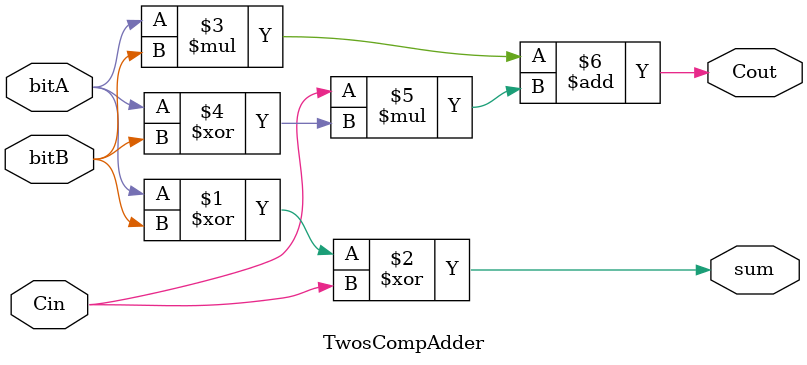
<source format=sv>
`timescale 1ns / 1ps

//////////////////////////////////////////////////////////////////////////////////
module TwosCompAdder(
    input wire bitA, bitB, Cin,
    output wire sum, Cout
    );
    
assign sum = bitA ^ bitB ^ Cin;
assign Cout = (bitA * bitB) + Cin*(bitA ^ bitB) ;      
    
endmodule



</source>
